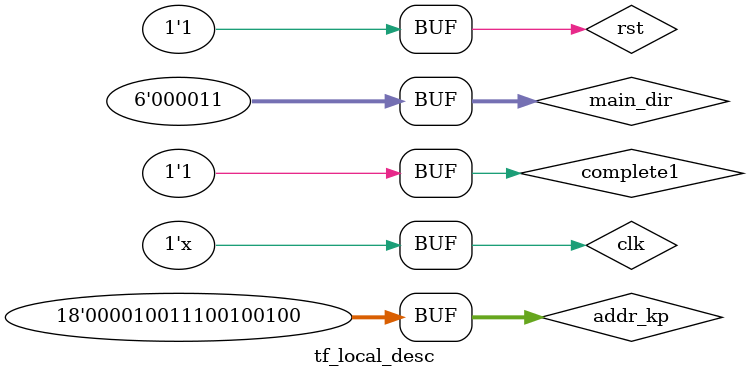
<source format=v>
`timescale 1ns / 1ps


module tf_local_desc;

	// Inputs
	reg clk;
	reg rst;
	reg [17:0] addr_kp;
	reg [7:0] mag;
	reg [5:0] dir;
	reg [5:0] main_dir;
    reg complete1;

	// Outputs
	wire [15:0] local_desc_addr;
    wire [63:0] tdesc1;
    wire [63:0] tdesc2;
    wire [63:0] tdesc3;
    wire [63:0] tdesc4;
    wire [63:0] tdesc5;
    wire [63:0] tdesc6;
    wire [63:0] tdesc7;
    wire [63:0] tdesc8;
    wire [63:0] tdesc9;
    wire [63:0] tdesc10;
    wire [63:0] tdesc11;
    wire [63:0] tdesc12;
    wire [63:0] tdesc13;
    wire [63:0] tdesc14;
    wire [63:0] tdesc15;
    wire [63:0] tdesc16;

	// Instantiate the Unit Under Test (UUT)
	local_desc uut (
		.clk(clk), 
		.rst(rst), 
		.addr_kp(addr_kp), 
		.mag(mag), 
		.dir(dir), 
		.main_dir(main_dir), 
		.local_desc_addr(local_desc_addr),
        .tdesc1(tdesc1),
        .tdesc2(tdesc2),
        .tdesc3(tdesc3),
        .tdesc4(tdesc4),
        .tdesc5(tdesc5),
        .tdesc6(tdesc6),
        .tdesc7(tdesc7),
        .tdesc8(tdesc8),
        .tdesc9(tdesc9),
        .tdesc10(tdesc10),
        .tdesc11(tdesc11),
        .tdesc12(tdesc12),
        .tdesc13(tdesc13),
        .tdesc14(tdesc14),
        .tdesc15(tdesc15),
        .tdesc16(tdesc16)   
	);

	initial begin
		// Initialize Inputs
		clk = 0;
		rst = 0;
		addr_kp = 0;
		mag = 0;
		dir = 0;
		main_dir = 0;
        complete1 = 0;

		// Wait 100 ns for global reset to finish
		#100;
        rst=1;
		addr_kp=10020;
//		mag=10;
//		dir=2;
		main_dir=3;
		// Add stimulus here
        
        #500 
        complete1 = 1;

	end
	
	always
	#5 clk=~clk;
	
	always@(posedge clk)
	begin
		if(dir<30)
			dir<=dir+1;
		else
			dir<=0;
		if(mag<30)
			mag<=mag+1;
		else
			mag<=0;
	end
      
endmodule


</source>
